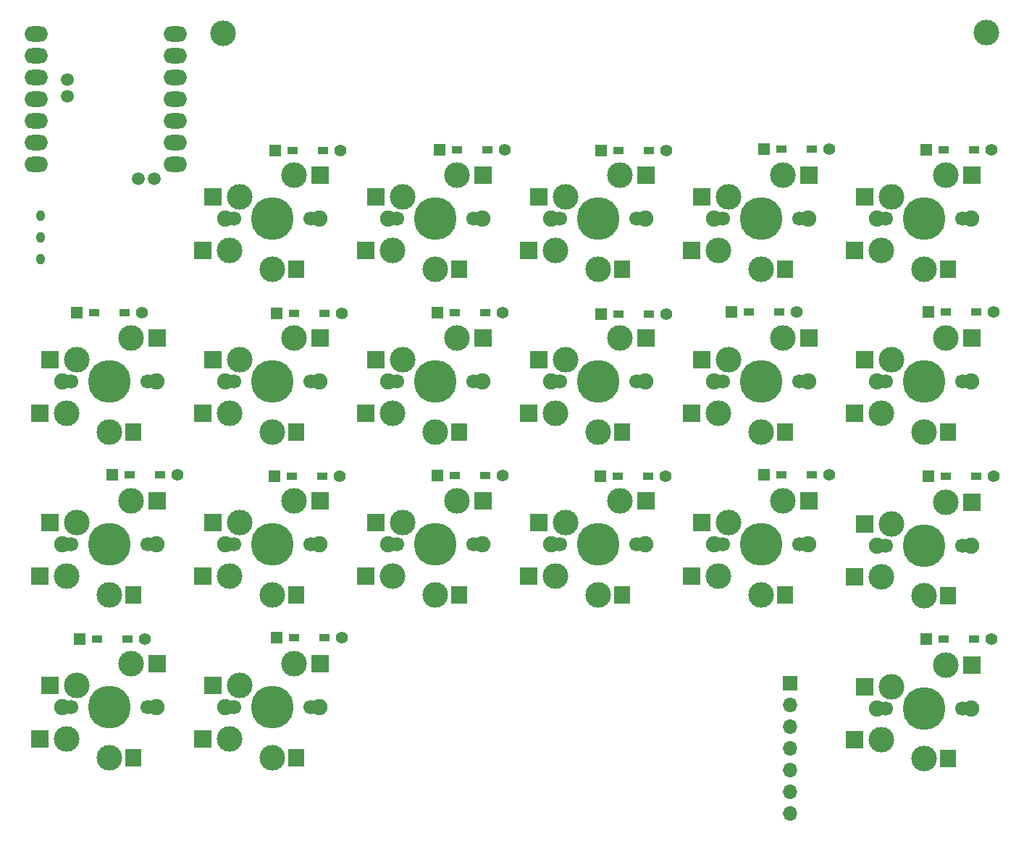
<source format=gbr>
%TF.GenerationSoftware,KiCad,Pcbnew,8.0.7*%
%TF.CreationDate,2025-02-16T08:40:01+09:00*%
%TF.ProjectId,cool642tb_R,636f6f6c-3634-4327-9462-5f522e6b6963,rev?*%
%TF.SameCoordinates,Original*%
%TF.FileFunction,Soldermask,Bot*%
%TF.FilePolarity,Negative*%
%FSLAX46Y46*%
G04 Gerber Fmt 4.6, Leading zero omitted, Abs format (unit mm)*
G04 Created by KiCad (PCBNEW 8.0.7) date 2025-02-16 08:40:01*
%MOMM*%
%LPD*%
G01*
G04 APERTURE LIST*
%ADD10R,1.397000X1.397000*%
%ADD11R,1.300000X0.950000*%
%ADD12C,1.397000*%
%ADD13C,1.900000*%
%ADD14C,1.700000*%
%ADD15C,3.000000*%
%ADD16C,5.000000*%
%ADD17R,2.000000X2.000000*%
%ADD18R,1.900000X2.000000*%
%ADD19O,1.000000X1.300000*%
%ADD20C,1.500000*%
%ADD21O,2.750000X1.800000*%
%ADD22R,1.700000X1.700000*%
%ADD23O,1.700000X1.700000*%
G04 APERTURE END LIST*
D10*
%TO.C,D7*%
X19340000Y-30010000D03*
D11*
X21375000Y-30010000D03*
X24925000Y-30010000D03*
D12*
X26960000Y-30010000D03*
%TD*%
D10*
%TO.C,D11*%
X38370000Y-30100000D03*
D11*
X40405000Y-30100000D03*
X43955000Y-30100000D03*
D12*
X45990000Y-30100000D03*
%TD*%
D13*
%TO.C,SW1*%
X-5500000Y0D03*
D14*
X-5080000Y0D03*
D15*
X-5000000Y-3700000D03*
D14*
X-4500000Y0D03*
D15*
X-3810000Y2540000D03*
D16*
X0Y0D03*
D15*
X0Y-5900000D03*
X2540000Y5080000D03*
D14*
X4500000Y0D03*
X5080000Y0D03*
D13*
X5500000Y0D03*
D17*
X-8100000Y-3700000D03*
X-6900000Y2540000D03*
D18*
X2800000Y-5900000D03*
D17*
X5600000Y5080000D03*
%TD*%
D10*
%TO.C,D20*%
X76510000Y-49200000D03*
D11*
X78545000Y-49200000D03*
X82095000Y-49200000D03*
D12*
X84130000Y-49200000D03*
%TD*%
D13*
%TO.C,SW8*%
X-24550000Y-38100000D03*
D14*
X-24130000Y-38100000D03*
D15*
X-24050000Y-41800000D03*
D14*
X-23550000Y-38100000D03*
D15*
X-22860000Y-35560000D03*
D16*
X-19050000Y-38100000D03*
D15*
X-19050000Y-44000000D03*
X-16510000Y-33020000D03*
D14*
X-14550000Y-38100000D03*
X-13970000Y-38100000D03*
D13*
X-13550000Y-38100000D03*
D17*
X-27150000Y-41800000D03*
X-25950000Y-35560000D03*
D18*
X-16250000Y-44000000D03*
D17*
X-13450000Y-33020000D03*
%TD*%
D10*
%TO.C,D13*%
X57500000Y8140000D03*
D11*
X59535000Y8140000D03*
X63085000Y8140000D03*
D12*
X65120000Y8140000D03*
%TD*%
D13*
%TO.C,SW15*%
X51650000Y-38100000D03*
D14*
X52070000Y-38100000D03*
D15*
X52150000Y-41800000D03*
D14*
X52650000Y-38100000D03*
D15*
X53340000Y-35560000D03*
D16*
X57150000Y-38100000D03*
D15*
X57150000Y-44000000D03*
X59690000Y-33020000D03*
D14*
X61650000Y-38100000D03*
X62230000Y-38100000D03*
D13*
X62650000Y-38100000D03*
D17*
X49050000Y-41800000D03*
X50250000Y-35560000D03*
D18*
X59950000Y-44000000D03*
D17*
X62750000Y-33020000D03*
%TD*%
D13*
%TO.C,SW16*%
X-5500000Y-57150000D03*
D14*
X-5080000Y-57150000D03*
D15*
X-5000000Y-60850000D03*
D14*
X-4500000Y-57150000D03*
D15*
X-3810000Y-54610000D03*
D16*
X0Y-57150000D03*
D15*
X0Y-63050000D03*
X2540000Y-52070000D03*
D14*
X4500000Y-57150000D03*
X5080000Y-57150000D03*
D13*
X5500000Y-57150000D03*
D17*
X-8100000Y-60850000D03*
X-6900000Y-54610000D03*
D18*
X2800000Y-63050000D03*
D17*
X5600000Y-52070000D03*
%TD*%
D19*
%TO.C,SW21*%
X-27070000Y-4670000D03*
X-27070000Y-2170000D03*
X-27070000Y330000D03*
%TD*%
D13*
%TO.C,SW13*%
X51650000Y0D03*
D14*
X52070000Y0D03*
D15*
X52150000Y-3700000D03*
D14*
X52650000Y0D03*
D15*
X53340000Y2540000D03*
D16*
X57150000Y0D03*
D15*
X57150000Y-5900000D03*
X59690000Y5080000D03*
D14*
X61650000Y0D03*
X62230000Y0D03*
D13*
X62650000Y0D03*
D17*
X49050000Y-3700000D03*
X50250000Y2540000D03*
D18*
X59950000Y-5900000D03*
D17*
X62750000Y5080000D03*
%TD*%
D10*
%TO.C,D15*%
X57500000Y-29950000D03*
D11*
X59535000Y-29950000D03*
X63085000Y-29950000D03*
D12*
X65120000Y-29950000D03*
%TD*%
D10*
%TO.C,D1*%
X350000Y8000000D03*
D11*
X2385000Y8000000D03*
X5935000Y8000000D03*
D12*
X7970000Y8000000D03*
%TD*%
D10*
%TO.C,D9*%
X38490000Y8000000D03*
D11*
X40525000Y8000000D03*
X44075000Y8000000D03*
D12*
X46110000Y8000000D03*
%TD*%
D10*
%TO.C,D17*%
X76480000Y8060000D03*
D11*
X78515000Y8060000D03*
X82065000Y8060000D03*
D12*
X84100000Y8060000D03*
%TD*%
D10*
%TO.C,D4*%
X-22850000Y-10950000D03*
D11*
X-20815000Y-10950000D03*
X-17265000Y-10950000D03*
D12*
X-15230000Y-10950000D03*
%TD*%
D10*
%TO.C,D16*%
X520000Y-48970000D03*
D11*
X2555000Y-48970000D03*
X6105000Y-48970000D03*
D12*
X8140000Y-48970000D03*
%TD*%
D13*
%TO.C,SW17*%
X70700000Y0D03*
D14*
X71120000Y0D03*
D15*
X71200000Y-3700000D03*
D14*
X71700000Y0D03*
D15*
X72390000Y2540000D03*
D16*
X76200000Y0D03*
D15*
X76200000Y-5900000D03*
X78740000Y5080000D03*
D14*
X80700000Y0D03*
X81280000Y0D03*
D13*
X81700000Y0D03*
D17*
X68100000Y-3700000D03*
X69300000Y2540000D03*
D18*
X79000000Y-5900000D03*
D17*
X81800000Y5080000D03*
%TD*%
D10*
%TO.C,D3*%
X295000Y-30130000D03*
D11*
X2330000Y-30130000D03*
X5880000Y-30130000D03*
D12*
X7915000Y-30130000D03*
%TD*%
D10*
%TO.C,D19*%
X76740000Y-30110000D03*
D11*
X78775000Y-30110000D03*
X82325000Y-30110000D03*
D12*
X84360000Y-30110000D03*
%TD*%
D13*
%TO.C,SW11*%
X32600000Y-38100000D03*
D14*
X33020000Y-38100000D03*
D15*
X33100000Y-41800000D03*
D14*
X33600000Y-38100000D03*
D15*
X34290000Y-35560000D03*
D16*
X38100000Y-38100000D03*
D15*
X38100000Y-44000000D03*
X40640000Y-33020000D03*
D14*
X42600000Y-38100000D03*
X43180000Y-38100000D03*
D13*
X43600000Y-38100000D03*
D17*
X30000000Y-41800000D03*
X31200000Y-35560000D03*
D18*
X40900000Y-44000000D03*
D17*
X43700000Y-33020000D03*
%TD*%
D13*
%TO.C,SW12*%
X-24550000Y-57150000D03*
D14*
X-24130000Y-57150000D03*
D15*
X-24050000Y-60850000D03*
D14*
X-23550000Y-57150000D03*
D15*
X-22860000Y-54610000D03*
D16*
X-19050000Y-57150000D03*
D15*
X-19050000Y-63050000D03*
X-16510000Y-52070000D03*
D14*
X-14550000Y-57150000D03*
X-13970000Y-57150000D03*
D13*
X-13550000Y-57150000D03*
D17*
X-27150000Y-60850000D03*
X-25950000Y-54610000D03*
D18*
X-16250000Y-63050000D03*
D17*
X-13450000Y-52070000D03*
%TD*%
D13*
%TO.C,SW19*%
X70700000Y-38200000D03*
D14*
X71120000Y-38200000D03*
D15*
X71200000Y-41900000D03*
D14*
X71700000Y-38200000D03*
D15*
X72390000Y-35660000D03*
D16*
X76200000Y-38200000D03*
D15*
X76200000Y-44100000D03*
X78740000Y-33120000D03*
D14*
X80700000Y-38200000D03*
X81280000Y-38200000D03*
D13*
X81700000Y-38200000D03*
D17*
X68100000Y-41900000D03*
X69300000Y-35660000D03*
D18*
X79000000Y-44100000D03*
D17*
X81800000Y-33120000D03*
%TD*%
D13*
%TO.C,SW20*%
X70700000Y-57250000D03*
D14*
X71120000Y-57250000D03*
D15*
X71200000Y-60950000D03*
D14*
X71700000Y-57250000D03*
D15*
X72390000Y-54710000D03*
D16*
X76200000Y-57250000D03*
D15*
X76200000Y-63150000D03*
X78740000Y-52170000D03*
D14*
X80700000Y-57250000D03*
X81280000Y-57250000D03*
D13*
X81700000Y-57250000D03*
D17*
X68100000Y-60950000D03*
X69300000Y-54710000D03*
D18*
X79000000Y-63150000D03*
D17*
X81800000Y-52170000D03*
%TD*%
D13*
%TO.C,SW3*%
X-5500000Y-38100000D03*
D14*
X-5080000Y-38100000D03*
D15*
X-5000000Y-41800000D03*
D14*
X-4500000Y-38100000D03*
D15*
X-3810000Y-35560000D03*
D16*
X0Y-38100000D03*
D15*
X0Y-44000000D03*
X2540000Y-33020000D03*
D14*
X4500000Y-38100000D03*
X5080000Y-38100000D03*
D13*
X5500000Y-38100000D03*
D17*
X-8100000Y-41800000D03*
X-6900000Y-35560000D03*
D18*
X2800000Y-44000000D03*
D17*
X5600000Y-33020000D03*
%TD*%
D10*
%TO.C,D10*%
X38430000Y-11150000D03*
D11*
X40465000Y-11150000D03*
X44015000Y-11150000D03*
D12*
X46050000Y-11150000D03*
%TD*%
D13*
%TO.C,SW7*%
X13550000Y-38100000D03*
D14*
X13970000Y-38100000D03*
D15*
X14050000Y-41800000D03*
D14*
X14550000Y-38100000D03*
D15*
X15240000Y-35560000D03*
D16*
X19050000Y-38100000D03*
D15*
X19050000Y-44000000D03*
X21590000Y-33020000D03*
D14*
X23550000Y-38100000D03*
X24130000Y-38100000D03*
D13*
X24550000Y-38100000D03*
D17*
X10950000Y-41800000D03*
X12150000Y-35560000D03*
D18*
X21850000Y-44000000D03*
D17*
X24650000Y-33020000D03*
%TD*%
D13*
%TO.C,SW10*%
X32600000Y-19050000D03*
D14*
X33020000Y-19050000D03*
D15*
X33100000Y-22750000D03*
D14*
X33600000Y-19050000D03*
D15*
X34290000Y-16510000D03*
D16*
X38100000Y-19050000D03*
D15*
X38100000Y-24950000D03*
X40640000Y-13970000D03*
D14*
X42600000Y-19050000D03*
X43180000Y-19050000D03*
D13*
X43600000Y-19050000D03*
D17*
X30000000Y-22750000D03*
X31200000Y-16510000D03*
D18*
X40900000Y-24950000D03*
D17*
X43700000Y-13970000D03*
%TD*%
D20*
%TO.C,U1*%
X-23915000Y16252000D03*
X-23915000Y14347000D03*
X-13755000Y4718000D03*
X-15634600Y4718000D03*
D21*
X-11350000Y21650000D03*
X-11350000Y19110000D03*
X-11350000Y16570000D03*
X-11350000Y14030000D03*
X-11350000Y11490000D03*
X-11350000Y8950000D03*
X-11350000Y6410000D03*
X-27590000Y6410000D03*
X-27590000Y8950000D03*
X-27590000Y11490000D03*
X-27590000Y14030000D03*
X-27590000Y16570000D03*
X-27590000Y19110000D03*
X-27590000Y21650000D03*
%TD*%
D10*
%TO.C,D2*%
X500000Y-11080000D03*
D11*
X2535000Y-11080000D03*
X6085000Y-11080000D03*
D12*
X8120000Y-11080000D03*
%TD*%
D22*
%TO.C,J1*%
X60590000Y-54350000D03*
D23*
X60590000Y-56890000D03*
X60590000Y-59430000D03*
X60590000Y-61970000D03*
X60590000Y-64510000D03*
X60590000Y-67050000D03*
X60590000Y-69590000D03*
%TD*%
D10*
%TO.C,D6*%
X19340000Y-10980000D03*
D11*
X21375000Y-10980000D03*
X24925000Y-10980000D03*
D12*
X26960000Y-10980000D03*
%TD*%
D13*
%TO.C,SW5*%
X13550000Y0D03*
D14*
X13970000Y0D03*
D15*
X14050000Y-3700000D03*
D14*
X14550000Y0D03*
D15*
X15240000Y2540000D03*
D16*
X19050000Y0D03*
D15*
X19050000Y-5900000D03*
X21590000Y5080000D03*
D14*
X23550000Y0D03*
X24130000Y0D03*
D13*
X24550000Y0D03*
D17*
X10950000Y-3700000D03*
X12150000Y2540000D03*
D18*
X21850000Y-5900000D03*
D17*
X24650000Y5080000D03*
%TD*%
D13*
%TO.C,SW6*%
X13550000Y-19050000D03*
D14*
X13970000Y-19050000D03*
D15*
X14050000Y-22750000D03*
D14*
X14550000Y-19050000D03*
D15*
X15240000Y-16510000D03*
D16*
X19050000Y-19050000D03*
D15*
X19050000Y-24950000D03*
X21590000Y-13970000D03*
D14*
X23550000Y-19050000D03*
X24130000Y-19050000D03*
D13*
X24550000Y-19050000D03*
D17*
X10950000Y-22750000D03*
X12150000Y-16510000D03*
D18*
X21850000Y-24950000D03*
D17*
X24650000Y-13970000D03*
%TD*%
D13*
%TO.C,SW9*%
X32600000Y0D03*
D14*
X33020000Y0D03*
D15*
X33100000Y-3700000D03*
D14*
X33600000Y0D03*
D15*
X34290000Y2540000D03*
D16*
X38100000Y0D03*
D15*
X38100000Y-5900000D03*
X40640000Y5080000D03*
D14*
X42600000Y0D03*
X43180000Y0D03*
D13*
X43600000Y0D03*
D17*
X30000000Y-3700000D03*
X31200000Y2540000D03*
D18*
X40900000Y-5900000D03*
D17*
X43700000Y5080000D03*
%TD*%
D13*
%TO.C,SW4*%
X-24550000Y-19050000D03*
D14*
X-24130000Y-19050000D03*
D15*
X-24050000Y-22750000D03*
D14*
X-23550000Y-19050000D03*
D15*
X-22860000Y-16510000D03*
D16*
X-19050000Y-19050000D03*
D15*
X-19050000Y-24950000D03*
X-16510000Y-13970000D03*
D14*
X-14550000Y-19050000D03*
X-13970000Y-19050000D03*
D13*
X-13550000Y-19050000D03*
D17*
X-27150000Y-22750000D03*
X-25950000Y-16510000D03*
D18*
X-16250000Y-24950000D03*
D17*
X-13450000Y-13970000D03*
%TD*%
D10*
%TO.C,D8*%
X-18680000Y-29980000D03*
D11*
X-16645000Y-29980000D03*
X-13095000Y-29980000D03*
D12*
X-11060000Y-29980000D03*
%TD*%
D10*
%TO.C,D14*%
X53680000Y-10930000D03*
D11*
X55715000Y-10930000D03*
X59265000Y-10930000D03*
D12*
X61300000Y-10930000D03*
%TD*%
D10*
%TO.C,D12*%
X-22500000Y-49140000D03*
D11*
X-20465000Y-49140000D03*
X-16915000Y-49140000D03*
D12*
X-14880000Y-49140000D03*
%TD*%
D10*
%TO.C,D5*%
X19600000Y8040000D03*
D11*
X21635000Y8040000D03*
X25185000Y8040000D03*
D12*
X27220000Y8040000D03*
%TD*%
D13*
%TO.C,SW2*%
X-5500000Y-19050000D03*
D14*
X-5080000Y-19050000D03*
D15*
X-5000000Y-22750000D03*
D14*
X-4500000Y-19050000D03*
D15*
X-3810000Y-16510000D03*
D16*
X0Y-19050000D03*
D15*
X0Y-24950000D03*
X2540000Y-13970000D03*
D14*
X4500000Y-19050000D03*
X5080000Y-19050000D03*
D13*
X5500000Y-19050000D03*
D17*
X-8100000Y-22750000D03*
X-6900000Y-16510000D03*
D18*
X2800000Y-24950000D03*
D17*
X5600000Y-13970000D03*
%TD*%
D13*
%TO.C,SW18*%
X70700000Y-19050000D03*
D14*
X71120000Y-19050000D03*
D15*
X71200000Y-22750000D03*
D14*
X71700000Y-19050000D03*
D15*
X72390000Y-16510000D03*
D16*
X76200000Y-19050000D03*
D15*
X76200000Y-24950000D03*
X78740000Y-13970000D03*
D14*
X80700000Y-19050000D03*
X81280000Y-19050000D03*
D13*
X81700000Y-19050000D03*
D17*
X68100000Y-22750000D03*
X69300000Y-16510000D03*
D18*
X79000000Y-24950000D03*
D17*
X81800000Y-13970000D03*
%TD*%
D13*
%TO.C,SW14*%
X51650000Y-19050000D03*
D14*
X52070000Y-19050000D03*
D15*
X52150000Y-22750000D03*
D14*
X52650000Y-19050000D03*
D15*
X53340000Y-16510000D03*
D16*
X57150000Y-19050000D03*
D15*
X57150000Y-24950000D03*
X59690000Y-13970000D03*
D14*
X61650000Y-19050000D03*
X62230000Y-19050000D03*
D13*
X62650000Y-19050000D03*
D17*
X49050000Y-22750000D03*
X50250000Y-16510000D03*
D18*
X59950000Y-24950000D03*
D17*
X62750000Y-13970000D03*
%TD*%
D10*
%TO.C,D18*%
X76730000Y-10920000D03*
D11*
X78765000Y-10920000D03*
X82315000Y-10920000D03*
D12*
X84350000Y-10920000D03*
%TD*%
D15*
%TO.C,BT1*%
X-5730000Y21730000D03*
X83540000Y21770000D03*
%TD*%
M02*

</source>
